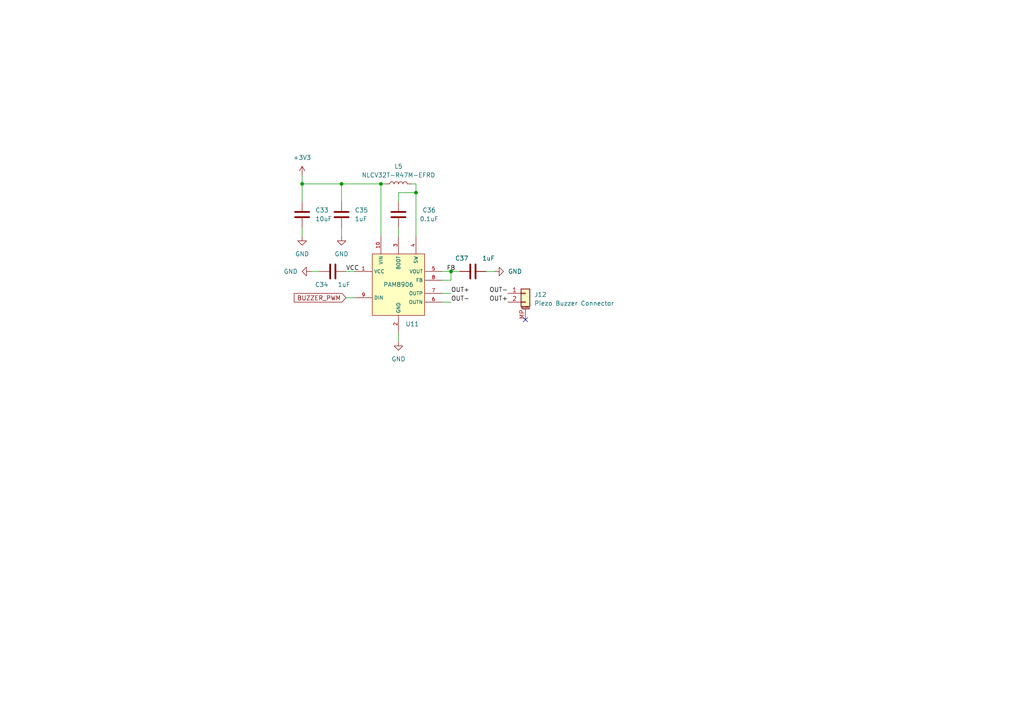
<source format=kicad_sch>
(kicad_sch (version 20231120) (generator "eeschema") (generator_version "8.0")
  (paper "A4")
  (lib_symbols
    (symbol "Connector_Generic_MountingPin:Conn_01x02_MountingPin" (pin_names (offset 1.016) hide)
      (property "Reference" "J" (at 0 2.54 0))
      (property "Value" "Conn_01x02_MountingPin" (at 1.27 -5.08 0))
      (symbol "Conn_01x02_MountingPin_1_1"
        (rectangle (start -1.27 -2.413) (end 0 -2.667) (stroke (width 0.1524)))
        (rectangle (start -1.27 0.127) (end 0 -0.127) (stroke (width 0.1524)))
        (rectangle (start -1.27 1.27) (end 1.27 -3.81) (stroke (width 0.254)) (fill (type background)))
        (polyline (pts (xy -1.016 -4.572) (xy 1.016 -4.572)) (stroke (width 0.1524)))
        (text "Mounting" (at 0 -4.191 0) (effects (font (size 0.381 0.381))))
        (pin passive line (at -5.08 0 0) (length 3.81) (name "Pin_1") (number "1"))
        (pin passive line (at -5.08 -2.54 0) (length 3.81) (name "Pin_2") (number "2"))
        (pin passive line (at 0 -7.62 90) (length 3.048) (name "MountPin") (number "MP"))
      )
    )
    (symbol "Device:C" (pin_numbers hide) (pin_names (offset 0.254))
      (property "Reference" "C" (at 0.635 2.54 0))
      (property "Value" "C" (at 0.635 -2.54 0))
      (symbol "C_0_1"
        (polyline (pts (xy -2.032 -0.762) (xy 2.032 -0.762)) (stroke (width 0.508)))
        (polyline (pts (xy -2.032 0.762) (xy 2.032 0.762)) (stroke (width 0.508)))
      )
      (symbol "C_1_1"
        (pin passive line (at 0 3.81 270) (length 2.794) (name "~") (number "1"))
        (pin passive line (at 0 -3.81 90) (length 2.794) (name "~") (number "2"))
      )
    )
    (symbol "Device:L" (pin_numbers hide) (pin_names (offset 1.016) hide)
      (property "Reference" "L" (at -1.27 0 90))
      (property "Value" "L" (at 1.905 0 90))
      (symbol "L_0_1"
        (arc (start 0 -2.54) (mid 0.6323 -1.905) (end 0 -1.27))
        (arc (start 0 -1.27) (mid 0.6323 -0.635) (end 0 0))
        (arc (start 0 0) (mid 0.6323 0.635) (end 0 1.27))
        (arc (start 0 1.27) (mid 0.6323 1.905) (end 0 2.54))
      )
      (symbol "L_1_1"
        (pin passive line (at 0 3.81 270) (length 1.27) (name "1") (number "1"))
        (pin passive line (at 0 -3.81 90) (length 1.27) (name "2") (number "2"))
      )
    )
    (symbol "custom:PAM8906"
      (property "Reference" "U" (at 0 0 0))
      (symbol "PAM8906_1_0"
        (pin power_out line (at -12.7 3.81 0) (length 5.08) (name "VCC") (number "1"))
        (pin power_in line (at -5.08 13.97 270) (length 5.08) (name "VIN") (number "10"))
        (pin passive line (at 0 -13.97 90) (length 5.08) (name "GND") (number "2"))
        (pin passive line (at 0 13.97 270) (length 5.08) (name "BOOT") (number "3"))
        (pin bidirectional line (at 5.08 13.97 270) (length 5.08) (name "SW") (number "4"))
        (pin output line (at 12.7 3.81 180) (length 5.08) (name "VOUT") (number "5"))
        (pin output line (at 12.7 -5.08 180) (length 5.08) (name "OUTN") (number "6"))
        (pin output line (at 12.7 -2.54 180) (length 5.08) (name "OUTP") (number "7"))
        (pin input line (at 12.7 1.27 180) (length 5.08) (name "FB") (number "8"))
        (pin input line (at -12.7 -3.81 0) (length 5.08) (name "DIN") (number "9"))
      )
      (symbol "PAM8906_1_1"
        (rectangle (start -7.62 8.89) (end 7.62 -8.89) (fill (type background)))
      )
    )
    (symbol "power:+3V3" (power) (pin_names (offset 0))
      (property "Value" "+3V3" (at 0 3.556 0))
      (symbol "+3V3_0_1"
        (polyline (pts (xy -0.762 1.27) (xy 0 2.54)))
        (polyline (pts (xy 0 0) (xy 0 2.54)))
        (polyline (pts (xy 0 2.54) (xy 0.762 1.27)))
      )
      (symbol "+3V3_1_1"
        (pin power_in line (at 0 0 90) (length 0) hide (name "+3V3") (number "1"))
      )
    )
    (symbol "power:GND" (power) (pin_names (offset 0))
      (property "Value" "GND" (at 0 -3.81 0))
      (symbol "GND_0_1"
        (polyline (pts (xy 0 0) (xy 0 -1.27) (xy 1.27 -1.27) (xy 0 -2.54) (xy -1.27 -1.27) (xy 0 -1.27)))
      )
      (symbol "GND_1_1"
        (pin power_in line (at 0 0 270) (length 0) hide (name "GND") (number "1"))
      )
    )
  )
  (junction (at 110.49 53.34))
  (junction (at 130.81 78.74))
  (junction (at 99.06 53.34))
  (junction (at 120.65 55.88))
  (junction (at 87.63 53.34))
  (no_connect (at 152.4 92.71))
  (wire (pts (xy 111.76 53.34) (xy 110.49 53.34)))
  (wire (pts (xy 115.57 58.42) (xy 115.57 55.88)))
  (wire (pts (xy 128.27 87.63) (xy 130.81 87.63)))
  (wire (pts (xy 115.57 55.88) (xy 120.65 55.88)))
  (wire (pts (xy 128.27 78.74) (xy 130.81 78.74)))
  (wire (pts (xy 99.06 53.34) (xy 110.49 53.34)))
  (wire (pts (xy 100.33 78.74) (xy 102.87 78.74)))
  (wire (pts (xy 128.27 85.09) (xy 130.81 85.09)))
  (wire (pts (xy 99.06 66.04) (xy 99.06 68.58)))
  (wire (pts (xy 119.38 53.34) (xy 120.65 53.34)))
  (wire (pts (xy 115.57 96.52) (xy 115.57 99.06)))
  (wire (pts (xy 87.63 50.8) (xy 87.63 53.34)))
  (wire (pts (xy 90.17 78.74) (xy 92.71 78.74)))
  (wire (pts (xy 120.65 55.88) (xy 120.65 68.58)))
  (wire (pts (xy 100.33 86.36) (xy 102.87 86.36)))
  (wire (pts (xy 87.63 53.34) (xy 99.06 53.34)))
  (wire (pts (xy 110.49 53.34) (xy 110.49 68.58)))
  (wire (pts (xy 130.81 81.28) (xy 130.81 78.74)))
  (wire (pts (xy 140.97 78.74) (xy 143.51 78.74)))
  (wire (pts (xy 130.81 78.74) (xy 133.35 78.74)))
  (wire (pts (xy 128.27 81.28) (xy 130.81 81.28)))
  (wire (pts (xy 115.57 68.58) (xy 115.57 66.04)))
  (wire (pts (xy 99.06 53.34) (xy 99.06 58.42)))
  (wire (pts (xy 87.63 53.34) (xy 87.63 58.42)))
  (wire (pts (xy 120.65 53.34) (xy 120.65 55.88)))
  (wire (pts (xy 87.63 66.04) (xy 87.63 68.58)))
  (label "OUT-" (at 147.32 85.09 180))
  (label "OUT+" (at 147.32 87.63 180))
  (label "FB" (at 129.54 78.74 0))
  (label "OUT+" (at 130.81 85.09 0))
  (label "VCC" (at 100.33 78.74 0))
  (label "OUT-" (at 130.81 87.63 0))
  (global_label "BUZZER_PWM" (shape input) (at 100.33 86.36 180) (property "Intersheetrefs" "${INTERSHEET_REFS}" (effects (hide yes))))
  (symbol (lib_id "Connector_Generic_MountingPin:Conn_01x02_MountingPin") (at 152.4 85.09 0) (unit 1)
    (property "Reference" "J12" (at 154.94 85.4456 0) (effects (justify left)))
    (property "Value" "Piezo Buzzer Connector" (at 154.94 87.9856 0) (effects (justify left)))
    (property "Footprint" "Connector_JST:JST_PH_S2B-PH-SM4-TB_1x02-1MP_P2.00mm_Horizontal" (effects (hide yes)))
  )
  (symbol (lib_id "Device:C") (at 99.06 62.23 180) (unit 1)
    (property "Reference" "C35" (at 102.87 60.96 0) (effects (justify right)))
    (property "Value" "1uF" (at 102.87 63.5 0) (effects (justify right)))
    (property "Footprint" "Capacitor_SMD:C_0603_1608Metric_Pad1.08x0.95mm_HandSolder" (effects (hide yes)))
  )
  (symbol (lib_id "Device:C") (at 87.63 62.23 180) (unit 1)
    (property "Reference" "C33" (at 91.44 60.96 0) (effects (justify right)))
    (property "Value" "10uF" (at 91.44 63.5 0) (effects (justify right)))
    (property "Footprint" "Capacitor_SMD:C_0805_2012Metric_Pad1.18x1.45mm_HandSolder" (effects (hide yes)))
    (property "info" "10V" (effects (hide yes)))
  )
  (symbol (lib_id "custom:PAM8906") (at 115.57 82.55 0) (unit 1)
    (property "Reference" "U11" (at 117.5894 93.98 0) (effects (justify left)))
    (property "Value" "PAM8906" (at 115.57 82.55 0))
    (property "Footprint" "Package_SO:MSOP-10_3x3mm_P0.5mm" (effects (hide yes)))
  )
  (symbol (lib_id "power:GND") (at 99.06 68.58 0) (unit 1)
    (property "Reference" "#PWR0131" (effects (hide yes)))
    (property "Value" "GND" (at 99.06 73.66 0))
  )
  (symbol (lib_id "Device:C") (at 96.52 78.74 90) (unit 1)
    (property "Reference" "C34" (at 95.25 82.55 90) (effects (justify left)))
    (property "Value" "1uF" (at 101.6 82.55 90) (effects (justify left)))
    (property "Footprint" "Capacitor_SMD:C_0603_1608Metric_Pad1.08x0.95mm_HandSolder" (effects (hide yes)))
    (property "info" "16V" (effects (hide yes)))
  )
  (symbol (lib_id "power:GND") (at 115.57 99.06 0) (unit 1)
    (property "Reference" "#PWR0132" (effects (hide yes)))
    (property "Value" "GND" (at 115.57 104.14 0))
  )
  (symbol (lib_id "Device:C") (at 137.16 78.74 90) (unit 1)
    (property "Reference" "C37" (at 135.89 74.93 90) (effects (justify left)))
    (property "Value" "1uF" (at 143.51 74.93 90) (effects (justify left)))
    (property "Footprint" "Capacitor_SMD:C_0603_1608Metric_Pad1.08x0.95mm_HandSolder" (effects (hide yes)))
  )
  (symbol (lib_id "power:GND") (at 87.63 68.58 0) (unit 1)
    (property "Reference" "#PWR0129" (effects (hide yes)))
    (property "Value" "GND" (at 87.63 73.66 0))
  )
  (symbol (lib_id "power:+3V3") (at 87.63 50.8 0) (unit 1)
    (property "Reference" "#PWR0128" (effects (hide yes)))
    (property "Value" "+3V3" (at 87.63 45.72 0))
  )
  (symbol (lib_id "Device:C") (at 115.57 62.23 180) (unit 1)
    (property "Reference" "C36" (at 124.46 60.96 0))
    (property "Value" "0.1uF" (at 124.46 63.5 0))
    (property "Footprint" "Capacitor_SMD:C_0603_1608Metric_Pad1.08x0.95mm_HandSolder" (effects (hide yes)))
    (property "info" "25V" (effects (hide yes)))
  )
  (symbol (lib_id "power:GND") (at 143.51 78.74 90) (unit 1)
    (property "Reference" "#PWR0133" (effects (hide yes)))
    (property "Value" "GND" (at 147.32 78.74 90) (effects (justify right)))
  )
  (symbol (lib_id "Device:L") (at 115.57 53.34 90) (unit 1)
    (property "Reference" "L5" (at 115.57 48.26 90))
    (property "Value" "NLCV32T-R47M-EFRD" (at 115.57 50.8 90))
    (property "Footprint" "Inductor_SMD:L_1210_3225Metric_Pad1.42x2.65mm_HandSolder" (effects (hide yes)))
  )
  (symbol (lib_id "power:GND") (at 90.17 78.74 270) (unit 1)
    (property "Reference" "#PWR0130" (effects (hide yes)))
    (property "Value" "GND" (at 86.36 78.74 90) (effects (justify right)))
  )
)
</source>
